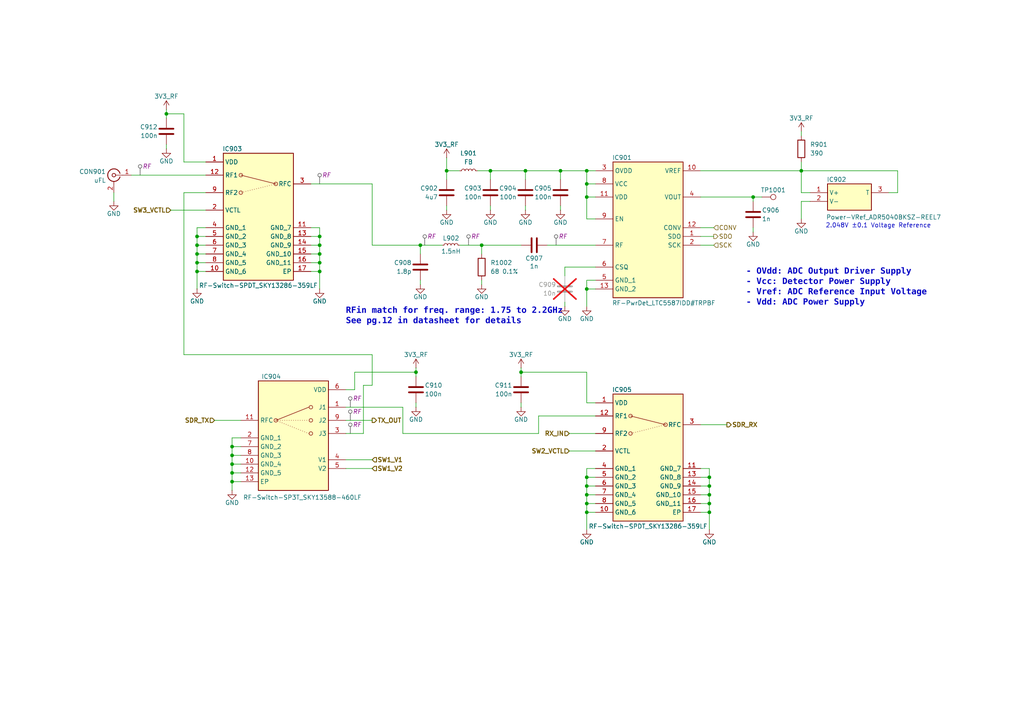
<source format=kicad_sch>
(kicad_sch (version 20231120) (generator "eeschema") (generator_version "8.0")
  (paper "A4")
  (title_block (title "RFE") (date "2024-06-01") (rev "A1") (company "LibreCellular Project - https://librecellular.org/") (comment 1 "Drawn: OK") (comment 2 "Checked: x"))
  (lib_symbols
    (symbol "Connector:Conn_Coaxial" (pin_names (offset 1.016) hide)
      (property "Reference" "J" (at 0.254 3.048 0))
      (property "Value" "Conn_Coaxial" (at 2.921 0 90))
      (symbol "Conn_Coaxial_0_1"
        (arc (start -1.778 -0.508) (mid 0.2311 -1.8066) (end 1.778 0) (stroke (width 0.254)))
        (polyline (pts (xy -2.54 0) (xy -0.508 0)))
        (polyline (pts (xy 0 -2.54) (xy 0 -1.778)))
        (circle (center 0 0) (radius 0.508) (stroke (width 0.2032)))
        (arc (start 1.778 0) (mid 0.2099 1.8101) (end -1.778 0.508) (stroke (width 0.254)))
      )
      (symbol "Conn_Coaxial_1_1"
        (pin passive line (at -5.08 0 0) (length 2.54) (name "In") (number "1"))
        (pin passive line (at 0 -5.08 90) (length 2.54) (name "Ext") (number "2"))
      )
    )
    (symbol "Device:C" (pin_numbers hide) (pin_names (offset 0.254))
      (property "Reference" "C" (at 0.635 2.54 0))
      (property "Value" "C" (at 0.635 -2.54 0))
      (symbol "C_0_1"
        (polyline (pts (xy -2.032 -0.762) (xy 2.032 -0.762)) (stroke (width 0.508)))
        (polyline (pts (xy -2.032 0.762) (xy 2.032 0.762)) (stroke (width 0.508)))
      )
      (symbol "C_1_1"
        (pin passive line (at 0 3.81 270) (length 2.794) (name "~") (number "1"))
        (pin passive line (at 0 -3.81 90) (length 2.794) (name "~") (number "2"))
      )
    )
    (symbol "Device:L_Small" (pin_numbers hide) (pin_names (offset 0.254) hide)
      (property "Reference" "L" (at 0.762 1.016 0))
      (property "Value" "L_Small" (at 0.762 -1.016 0))
      (symbol "L_Small_0_1"
        (arc (start 0 -2.032) (mid 0.5058 -1.524) (end 0 -1.016))
        (arc (start 0 -1.016) (mid 0.5058 -0.508) (end 0 0))
        (arc (start 0 0) (mid 0.5058 0.508) (end 0 1.016))
        (arc (start 0 1.016) (mid 0.5058 1.524) (end 0 2.032))
      )
      (symbol "L_Small_1_1"
        (pin passive line (at 0 2.54 270) (length 0.508) (name "~") (number "1"))
        (pin passive line (at 0 -2.54 90) (length 0.508) (name "~") (number "2"))
      )
    )
    (symbol "Device:R" (pin_numbers hide) (pin_names (offset 0))
      (property "Reference" "R" (at 2.032 0 90))
      (property "Value" "R" (at 0 0 90))
      (symbol "R_0_1"
        (rectangle (start -1.016 -2.54) (end 1.016 2.54) (stroke (width 0.254)))
      )
      (symbol "R_1_1"
        (pin passive line (at 0 3.81 270) (length 1.27) (name "~") (number "1"))
        (pin passive line (at 0 -3.81 90) (length 1.27) (name "~") (number "2"))
      )
    )
    (symbol "LC_RFE:Power-VRef_ADR5040BKSZ-REEL7"
      (property "Reference" "IC" (at -6.604 5.842 0))
      (property "Value" "Power-VRef_ADR5040BKSZ-REEL7" (at -6.858 -4.572 0))
      (symbol "Power-VRef_ADR5040BKSZ-REEL7_1_1"
        (rectangle (start -6.35 3.81) (end 6.35 -3.81) (stroke (width 0.254)) (fill (type background)))
        (pin passive line (at -11.43 1.27 0) (length 5.08) (name "V+") (number "1"))
        (pin passive line (at -11.43 -1.27 0) (length 5.08) (name "V-") (number "2"))
        (pin passive line (at 11.43 1.27 180) (length 5.08) (name "T") (number "3"))
      )
    )
    (symbol "LC_RFE:RF-PwrDet_LTC5587IDD#TRPBF"
      (property "Reference" "IC" (at -10.414 21.082 0))
      (property "Value" "RF-PwrDet_LTC5587IDD#TRPBF" (at 0 -21.082 0))
      (symbol "RF-PwrDet_LTC5587IDD#TRPBF_1_1"
        (rectangle (start -10.16 19.05) (end 10.16 -20.32) (stroke (width 0.254)) (fill (type background)))
        (pin passive line (at 15.24 -2.54 180) (length 5.08) (name "SDO") (number "1"))
        (pin passive line (at 15.24 16.51 180) (length 5.08) (name "VREF") (number "10"))
        (pin passive line (at -15.24 8.89 0) (length 5.08) (name "VDD") (number "11"))
        (pin passive line (at 15.24 0 180) (length 5.08) (name "CONV") (number "12"))
        (pin passive line (at -15.24 -17.78 0) (length 5.08) (name "GND_2") (number "13"))
        (pin passive line (at 15.24 -5.08 180) (length 5.08) (name "SCK") (number "2"))
        (pin passive line (at -15.24 16.51 0) (length 5.08) (name "OVDD") (number "3"))
        (pin passive line (at 15.24 8.89 180) (length 5.08) (name "VOUT") (number "4"))
        (pin passive line (at -15.24 -15.24 0) (length 5.08) (name "GND_1") (number "5"))
        (pin passive line (at -15.24 -11.43 0) (length 5.08) (name "CSQ") (number "6"))
        (pin passive line (at -15.24 -5.08 0) (length 5.08) (name "RF") (number "7"))
        (pin passive line (at -15.24 12.7 0) (length 5.08) (name "VCC") (number "8"))
        (pin passive line (at -15.24 2.54 0) (length 5.08) (name "EN") (number "9"))
      )
    )
    (symbol "LC_RFE:RF-Switch-SP3T_SKY13588-460LF"
      (property "Reference" "IC" (at -10.16 18.542 0))
      (property "Value" "RF-Switch-SP3T_SKY13588-460LF" (at 0 -17.272 0))
      (symbol "RF-Switch-SP3T_SKY13588-460LF_0_1"
        (circle (center -5.08 1.27) (radius 0.508))
        (circle (center -5.08 5.08) (radius 0.508))
        (circle (center -5.08 8.89) (radius 0.508))
        (polyline (pts (xy 5.08 5.08) (xy -4.445 5.08)) (stroke (width 0) (type dot)))
        (polyline (pts (xy 5.08 5.08) (xy -4.445 8.89)))
        (circle (center 5.08 5.08) (radius 0.508))
      )
      (symbol "RF-Switch-SP3T_SKY13588-460LF_1_1"
        (rectangle (start -10.16 16.51) (end 10.16 -15.24) (stroke (width 0.254)) (fill (type background)))
        (polyline (pts (xy 5.08 5.08) (xy -4.445 1.27)) (stroke (width 0) (type dot)))
        (pin passive line (at -15.24 8.89 0) (length 5.08) (name "J1") (number "1"))
        (pin passive line (at 15.24 -7.62 180) (length 5.08) (name "GND_4") (number "10"))
        (pin passive line (at 15.24 5.08 180) (length 5.08) (name "RFC") (number "11"))
        (pin passive line (at 15.24 -10.16 180) (length 5.08) (name "GND_5") (number "12"))
        (pin passive line (at 15.24 -12.7 180) (length 5.08) (name "EP") (number "13"))
        (pin passive line (at 15.24 0 180) (length 5.08) (name "GND_1") (number "2"))
        (pin passive line (at -15.24 1.27 0) (length 5.08) (name "J3") (number "3"))
        (pin passive line (at -15.24 -6.35 0) (length 5.08) (name "V1") (number "4"))
        (pin passive line (at -15.24 -8.89 0) (length 5.08) (name "V2") (number "5"))
        (pin passive line (at -15.24 13.97 0) (length 5.08) (name "VDD") (number "6"))
        (pin passive line (at 15.24 -2.54 180) (length 5.08) (name "GND_2") (number "7"))
        (pin passive line (at 15.24 -5.08 180) (length 5.08) (name "GND_3") (number "8"))
        (pin passive line (at -15.24 5.08 0) (length 5.08) (name "J2") (number "9"))
      )
    )
    (symbol "LC_RFE:RF-Switch-SPDT_SKY13286-359LF"
      (property "Reference" "IC" (at -10.414 21.082 0))
      (property "Value" "RF-Switch-SPDT_SKY13286-359LF" (at -10.414 -18.542 0))
      (symbol "RF-Switch-SPDT_SKY13286-359LF_0_1"
        (circle (center -5.08 7.62) (radius 0.508))
        (circle (center -5.08 12.7) (radius 0.508))
        (polyline (pts (xy 5.08 10.16) (xy -5.08 7.62)) (stroke (width 0) (type dot)))
        (polyline (pts (xy 5.08 10.16) (xy -5.08 12.7)))
        (circle (center 5.08 10.16) (radius 0.508))
      )
      (symbol "RF-Switch-SPDT_SKY13286-359LF_1_1"
        (rectangle (start -10.16 19.05) (end 10.16 -17.78) (stroke (width 0.254)) (fill (type background)))
        (pin passive line (at -15.24 16.51 0) (length 5.08) (name "VDD") (number "1"))
        (pin passive line (at -15.24 -15.24 0) (length 5.08) (name "GND_6") (number "10"))
        (pin passive line (at 15.24 -2.54 180) (length 5.08) (name "GND_7") (number "11"))
        (pin passive line (at -15.24 12.7 0) (length 5.08) (name "RF1") (number "12"))
        (pin passive line (at 15.24 -5.08 180) (length 5.08) (name "GND_8") (number "13"))
        (pin passive line (at 15.24 -7.62 180) (length 5.08) (name "GND_9") (number "14"))
        (pin passive line (at 15.24 -10.16 180) (length 5.08) (name "GND_10") (number "15"))
        (pin passive line (at 15.24 -12.7 180) (length 5.08) (name "GND_11") (number "16"))
        (pin passive line (at 15.24 -15.24 180) (length 5.08) (name "EP") (number "17"))
        (pin passive line (at -15.24 2.54 0) (length 5.08) (name "VCTL") (number "2"))
        (pin passive line (at 15.24 10.16 180) (length 5.08) (name "RFC") (number "3"))
        (pin passive line (at -15.24 -2.54 0) (length 5.08) (name "GND_1") (number "4"))
        (pin passive line (at -15.24 -5.08 0) (length 5.08) (name "GND_2") (number "5"))
        (pin passive line (at -15.24 -7.62 0) (length 5.08) (name "GND_3") (number "6"))
        (pin passive line (at -15.24 -10.16 0) (length 5.08) (name "GND_4") (number "7"))
        (pin passive line (at -15.24 -12.7 0) (length 5.08) (name "GND_5") (number "8"))
        (pin passive line (at -15.24 7.62 0) (length 5.08) (name "RF2") (number "9"))
      )
    )
    (symbol "power:+3.3VA" (power) (pin_numbers hide) (pin_names (offset 0) hide)
      (property "Value" "+3.3VA" (at 0 3.556 0))
      (symbol "+3.3VA_0_1"
        (polyline (pts (xy -0.762 1.27) (xy 0 2.54)))
        (polyline (pts (xy 0 0) (xy 0 2.54)))
        (polyline (pts (xy 0 2.54) (xy 0.762 1.27)))
      )
      (symbol "+3.3VA_1_1"
        (pin power_in line (at 0 0 90) (length 0) (name "~") (number "1"))
      )
    )
    (symbol "power:GND" (power) (pin_numbers hide) (pin_names (offset 0) hide)
      (property "Value" "GND" (at 0 -3.81 0))
      (symbol "GND_0_1"
        (polyline (pts (xy 0 0) (xy 0 -1.27) (xy 1.27 -1.27) (xy 0 -2.54) (xy -1.27 -1.27) (xy 0 -1.27)))
      )
      (symbol "GND_1_1"
        (pin power_in line (at 0 0 270) (length 0) (name "~") (number "1"))
      )
    )
    (symbol "winnow-testdebug:TestPoint" (pin_numbers hide) (pin_names (offset 0.762) hide)
      (property "Reference" "TP" (at 0 6.858 0))
      (property "Value" "TestPoint" (at 0 5.08 0))
      (symbol "TestPoint_0_1"
        (circle (center 0 3.302) (radius 0.762))
      )
      (symbol "TestPoint_1_1"
        (pin passive line (at 0 0 90) (length 2.54) (name "1") (number "1"))
      )
    )
  )
  (junction (at 170.18 140.97))
  (junction (at 57.15 78.74))
  (junction (at 92.71 73.66))
  (junction (at 142.24 49.53))
  (junction (at 120.65 107.95))
  (junction (at 57.15 68.58))
  (junction (at 67.31 129.54))
  (junction (at 232.41 49.53))
  (junction (at 57.15 76.2))
  (junction (at 152.4 49.53))
  (junction (at 205.74 138.43))
  (junction (at 139.7 71.12))
  (junction (at 162.56 49.53))
  (junction (at 205.74 146.05))
  (junction (at 170.18 148.59))
  (junction (at 205.74 148.59))
  (junction (at 170.18 143.51))
  (junction (at 121.92 71.12))
  (junction (at 170.18 57.15))
  (junction (at 48.26 33.02))
  (junction (at 129.54 49.53))
  (junction (at 57.15 71.12))
  (junction (at 67.31 134.62))
  (junction (at 170.18 138.43))
  (junction (at 67.31 137.16))
  (junction (at 92.71 76.2))
  (junction (at 92.71 68.58))
  (junction (at 170.18 49.53))
  (junction (at 170.18 83.82))
  (junction (at 218.44 57.15))
  (junction (at 92.71 71.12))
  (junction (at 151.13 107.95))
  (junction (at 205.74 140.97))
  (junction (at 67.31 132.08))
  (junction (at 92.71 78.74))
  (junction (at 170.18 53.34))
  (junction (at 205.74 143.51))
  (junction (at 67.31 139.7))
  (junction (at 170.18 146.05))
  (junction (at 57.15 73.66))
  (wire (pts (xy 203.2 135.89) (xy 205.74 135.89)))
  (wire (pts (xy 172.72 63.5) (xy 170.18 63.5)))
  (wire (pts (xy 203.2 146.05) (xy 205.74 146.05)))
  (wire (pts (xy 102.87 107.95) (xy 120.65 107.95)))
  (wire (pts (xy 67.31 127) (xy 67.31 129.54)))
  (wire (pts (xy 170.18 83.82) (xy 172.72 83.82)))
  (wire (pts (xy 165.1 130.81) (xy 172.72 130.81)))
  (wire (pts (xy 116.84 118.11) (xy 116.84 125.73)))
  (wire (pts (xy 170.18 53.34) (xy 170.18 57.15)))
  (wire (pts (xy 107.95 102.87) (xy 107.95 111.76)))
  (wire (pts (xy 170.18 135.89) (xy 170.18 138.43)))
  (wire (pts (xy 260.35 55.88) (xy 260.35 49.53)))
  (wire (pts (xy 92.71 73.66) (xy 92.71 76.2)))
  (wire (pts (xy 120.65 106.68) (xy 120.65 107.95)))
  (wire (pts (xy 205.74 143.51) (xy 205.74 146.05)))
  (wire (pts (xy 170.18 148.59) (xy 172.72 148.59)))
  (wire (pts (xy 90.17 66.04) (xy 92.71 66.04)))
  (wire (pts (xy 69.85 137.16) (xy 67.31 137.16)))
  (wire (pts (xy 57.15 68.58) (xy 57.15 71.12)))
  (wire (pts (xy 234.95 58.42) (xy 232.41 58.42)))
  (wire (pts (xy 142.24 60.96) (xy 142.24 59.69)))
  (wire (pts (xy 59.69 55.88) (xy 53.34 55.88)))
  (wire (pts (xy 162.56 59.69) (xy 162.56 60.96)))
  (wire (pts (xy 170.18 143.51) (xy 170.18 146.05)))
  (wire (pts (xy 92.71 66.04) (xy 92.71 68.58)))
  (wire (pts (xy 170.18 49.53) (xy 172.72 49.53)))
  (wire (pts (xy 151.13 107.95) (xy 151.13 109.22)))
  (wire (pts (xy 170.18 138.43) (xy 172.72 138.43)))
  (wire (pts (xy 92.71 76.2) (xy 92.71 78.74)))
  (wire (pts (xy 139.7 71.12) (xy 151.13 71.12)))
  (wire (pts (xy 100.33 121.92) (xy 107.95 121.92)))
  (wire (pts (xy 121.92 73.66) (xy 121.92 71.12)))
  (wire (pts (xy 90.17 78.74) (xy 92.71 78.74)))
  (wire (pts (xy 218.44 57.15) (xy 220.98 57.15)))
  (wire (pts (xy 203.2 71.12) (xy 207.01 71.12)))
  (wire (pts (xy 170.18 81.28) (xy 170.18 83.82)))
  (wire (pts (xy 116.84 125.73) (xy 156.21 125.73)))
  (wire (pts (xy 53.34 102.87) (xy 107.95 102.87)))
  (wire (pts (xy 170.18 146.05) (xy 172.72 146.05)))
  (wire (pts (xy 53.34 46.99) (xy 53.34 33.02)))
  (wire (pts (xy 121.92 71.12) (xy 128.27 71.12)))
  (wire (pts (xy 129.54 49.53) (xy 129.54 52.07)))
  (wire (pts (xy 57.15 76.2) (xy 59.69 76.2)))
  (wire (pts (xy 203.2 143.51) (xy 205.74 143.51)))
  (wire (pts (xy 172.72 53.34) (xy 170.18 53.34)))
  (wire (pts (xy 232.41 49.53) (xy 232.41 55.88)))
  (wire (pts (xy 69.85 134.62) (xy 67.31 134.62)))
  (wire (pts (xy 203.2 123.19) (xy 210.82 123.19)))
  (wire (pts (xy 170.18 107.95) (xy 170.18 116.84)))
  (wire (pts (xy 48.26 31.75) (xy 48.26 33.02)))
  (wire (pts (xy 57.15 68.58) (xy 59.69 68.58)))
  (wire (pts (xy 90.17 53.34) (xy 107.95 53.34)))
  (wire (pts (xy 232.41 46.99) (xy 232.41 49.53)))
  (wire (pts (xy 170.18 53.34) (xy 170.18 49.53)))
  (wire (pts (xy 151.13 107.95) (xy 170.18 107.95)))
  (wire (pts (xy 105.41 125.73) (xy 100.33 125.73)))
  (wire (pts (xy 203.2 68.58) (xy 207.01 68.58)))
  (wire (pts (xy 218.44 66.04) (xy 218.44 67.31)))
  (wire (pts (xy 53.34 55.88) (xy 53.34 102.87)))
  (wire (pts (xy 170.18 63.5) (xy 170.18 57.15)))
  (wire (pts (xy 170.18 57.15) (xy 172.72 57.15)))
  (wire (pts (xy 172.72 81.28) (xy 170.18 81.28)))
  (wire (pts (xy 69.85 129.54) (xy 67.31 129.54)))
  (wire (pts (xy 120.65 118.11) (xy 120.65 116.84)))
  (wire (pts (xy 67.31 139.7) (xy 67.31 142.24)))
  (wire (pts (xy 57.15 73.66) (xy 59.69 73.66)))
  (wire (pts (xy 170.18 140.97) (xy 172.72 140.97)))
  (wire (pts (xy 129.54 45.72) (xy 129.54 49.53)))
  (wire (pts (xy 152.4 49.53) (xy 152.4 52.07)))
  (wire (pts (xy 90.17 71.12) (xy 92.71 71.12)))
  (wire (pts (xy 57.15 71.12) (xy 57.15 73.66)))
  (wire (pts (xy 142.24 49.53) (xy 152.4 49.53)))
  (wire (pts (xy 107.95 111.76) (xy 105.41 111.76)))
  (wire (pts (xy 203.2 140.97) (xy 205.74 140.97)))
  (wire (pts (xy 100.33 113.03) (xy 102.87 113.03)))
  (wire (pts (xy 163.83 77.47) (xy 163.83 80.01)))
  (wire (pts (xy 170.18 148.59) (xy 170.18 153.67)))
  (wire (pts (xy 170.18 143.51) (xy 172.72 143.51)))
  (wire (pts (xy 205.74 146.05) (xy 205.74 148.59)))
  (wire (pts (xy 232.41 58.42) (xy 232.41 63.5)))
  (wire (pts (xy 59.69 66.04) (xy 57.15 66.04)))
  (wire (pts (xy 170.18 116.84) (xy 172.72 116.84)))
  (wire (pts (xy 105.41 111.76) (xy 105.41 125.73)))
  (wire (pts (xy 57.15 76.2) (xy 57.15 78.74)))
  (wire (pts (xy 205.74 148.59) (xy 205.74 153.67)))
  (wire (pts (xy 69.85 132.08) (xy 67.31 132.08)))
  (wire (pts (xy 49.53 60.96) (xy 59.69 60.96)))
  (wire (pts (xy 38.1 50.8) (xy 59.69 50.8)))
  (wire (pts (xy 107.95 71.12) (xy 121.92 71.12)))
  (wire (pts (xy 33.02 58.42) (xy 33.02 55.88)))
  (wire (pts (xy 90.17 68.58) (xy 92.71 68.58)))
  (wire (pts (xy 172.72 120.65) (xy 156.21 120.65)))
  (wire (pts (xy 151.13 106.68) (xy 151.13 107.95)))
  (wire (pts (xy 218.44 57.15) (xy 218.44 58.42)))
  (wire (pts (xy 107.95 133.35) (xy 100.33 133.35)))
  (wire (pts (xy 205.74 138.43) (xy 205.74 140.97)))
  (wire (pts (xy 138.43 49.53) (xy 142.24 49.53)))
  (wire (pts (xy 57.15 66.04) (xy 57.15 68.58)))
  (wire (pts (xy 48.26 33.02) (xy 48.26 34.29)))
  (wire (pts (xy 129.54 60.96) (xy 129.54 59.69)))
  (wire (pts (xy 57.15 78.74) (xy 57.15 83.82)))
  (wire (pts (xy 156.21 120.65) (xy 156.21 125.73)))
  (wire (pts (xy 203.2 138.43) (xy 205.74 138.43)))
  (wire (pts (xy 139.7 82.55) (xy 139.7 81.28)))
  (wire (pts (xy 92.71 71.12) (xy 92.71 73.66)))
  (wire (pts (xy 203.2 57.15) (xy 218.44 57.15)))
  (wire (pts (xy 90.17 73.66) (xy 92.71 73.66)))
  (wire (pts (xy 129.54 49.53) (xy 133.35 49.53)))
  (wire (pts (xy 67.31 129.54) (xy 67.31 132.08)))
  (wire (pts (xy 163.83 87.63) (xy 163.83 88.9)))
  (wire (pts (xy 172.72 77.47) (xy 163.83 77.47)))
  (wire (pts (xy 107.95 53.34) (xy 107.95 71.12)))
  (wire (pts (xy 48.26 43.18) (xy 48.26 41.91)))
  (wire (pts (xy 59.69 46.99) (xy 53.34 46.99)))
  (wire (pts (xy 205.74 135.89) (xy 205.74 138.43)))
  (wire (pts (xy 162.56 49.53) (xy 162.56 52.07)))
  (wire (pts (xy 133.35 71.12) (xy 139.7 71.12)))
  (wire (pts (xy 102.87 113.03) (xy 102.87 107.95)))
  (wire (pts (xy 121.92 81.28) (xy 121.92 82.55)))
  (wire (pts (xy 257.81 55.88) (xy 260.35 55.88)))
  (wire (pts (xy 57.15 78.74) (xy 59.69 78.74)))
  (wire (pts (xy 170.18 138.43) (xy 170.18 140.97)))
  (wire (pts (xy 165.1 125.73) (xy 172.72 125.73)))
  (wire (pts (xy 151.13 118.11) (xy 151.13 116.84)))
  (wire (pts (xy 57.15 73.66) (xy 57.15 76.2)))
  (wire (pts (xy 232.41 38.1) (xy 232.41 39.37)))
  (wire (pts (xy 152.4 59.69) (xy 152.4 60.96)))
  (wire (pts (xy 152.4 49.53) (xy 162.56 49.53)))
  (wire (pts (xy 62.23 121.92) (xy 69.85 121.92)))
  (wire (pts (xy 162.56 49.53) (xy 170.18 49.53)))
  (wire (pts (xy 172.72 135.89) (xy 170.18 135.89)))
  (wire (pts (xy 232.41 55.88) (xy 234.95 55.88)))
  (wire (pts (xy 92.71 68.58) (xy 92.71 71.12)))
  (wire (pts (xy 170.18 83.82) (xy 170.18 88.9)))
  (wire (pts (xy 90.17 76.2) (xy 92.71 76.2)))
  (wire (pts (xy 69.85 127) (xy 67.31 127)))
  (wire (pts (xy 139.7 71.12) (xy 139.7 73.66)))
  (wire (pts (xy 67.31 132.08) (xy 67.31 134.62)))
  (wire (pts (xy 203.2 49.53) (xy 232.41 49.53)))
  (wire (pts (xy 142.24 49.53) (xy 142.24 52.07)))
  (wire (pts (xy 100.33 118.11) (xy 116.84 118.11)))
  (wire (pts (xy 170.18 146.05) (xy 170.18 148.59)))
  (wire (pts (xy 207.01 66.04) (xy 203.2 66.04)))
  (wire (pts (xy 120.65 107.95) (xy 120.65 109.22)))
  (wire (pts (xy 67.31 134.62) (xy 67.31 137.16)))
  (wire (pts (xy 53.34 33.02) (xy 48.26 33.02)))
  (wire (pts (xy 107.95 135.89) (xy 100.33 135.89)))
  (wire (pts (xy 203.2 148.59) (xy 205.74 148.59)))
  (wire (pts (xy 170.18 140.97) (xy 170.18 143.51)))
  (wire (pts (xy 69.85 139.7) (xy 67.31 139.7)))
  (wire (pts (xy 260.35 49.53) (xy 232.41 49.53)))
  (wire (pts (xy 67.31 137.16) (xy 67.31 139.7)))
  (wire (pts (xy 205.74 140.97) (xy 205.74 143.51)))
  (wire (pts (xy 92.71 78.74) (xy 92.71 83.82)))
  (wire (pts (xy 57.15 71.12) (xy 59.69 71.12)))
  (wire (pts (xy 158.75 71.12) (xy 172.72 71.12)))
  (text "RFin match for freq. range: 1.75 to 2.2GHz\nSee pg.12 in datasheet for details" (at 100.33 92.202 0) (effects (font (size 1.778 1.778) (thickness 0.4064) (bold yes)) (justify left)))
  (text "2.048V ±0.1 Voltage Reference" (at 254.762 65.532 0) (effects (font (size 1.27 1.27))))
  (text "- OVdd: ADC Output Driver Supply\n- Vcc: Detector Power Supply\n- Vref: ADC Reference Input Voltage\n- Vdd: ADC Power Supply" (at 216.408 83.82 0) (effects (font (size 1.778 1.778) (thickness 0.4064) (bold yes)) (justify left)))
  (hierarchical_label "SW1_V2" (shape input) (at 107.95 135.89 0) (effects (font (bold yes))))
  (hierarchical_label "RX_IN" (shape input) (at 165.1 125.73 180) (effects (font (bold yes))))
  (hierarchical_label "SW3_VCTL" (shape input) (at 49.53 60.96 180) (effects (font (bold yes))))
  (hierarchical_label "CONV" (shape input) (at 207.01 66.04 0))
  (hierarchical_label "SDO" (shape output) (at 207.01 68.58 0))
  (hierarchical_label "SDR_TX" (shape input) (at 62.23 121.92 180) (effects (font (bold yes))))
  (hierarchical_label "SW2_VCTL" (shape input) (at 165.1 130.81 180) (effects (font (bold yes))))
  (hierarchical_label "TX_OUT" (shape output) (at 107.95 121.92 0) (effects (font (bold yes))))
  (hierarchical_label "SDR_RX" (shape output) (at 210.82 123.19 0) (effects (font (bold yes))))
  (hierarchical_label "SW1_V1" (shape input) (at 107.95 133.35 0) (effects (font (bold yes))))
  (hierarchical_label "SCK" (shape input) (at 207.01 71.12 0))
  (netclass_flag "" (length 2.54) (shape round) (at 101.6 121.92 0) (property "Netclass" "RF" (at 102.2985 119.38 0) (effects (font (italic yes)) (justify left))))
  (netclass_flag "" (length 2.54) (shape round) (at 101.6 125.73 0) (property "Netclass" "RF" (at 102.2985 123.19 0) (effects (font (italic yes)) (justify left))))
  (netclass_flag "" (length 2.54) (shape round) (at 92.71 53.34 0) (property "Netclass" "RF" (at 93.4085 50.8 0) (effects (font (italic yes)) (justify left))))
  (netclass_flag "" (length 2.54) (shape round) (at 40.64 50.8 0) (property "Netclass" "RF" (at 41.3385 48.26 0) (effects (font (italic yes)) (justify left))))
  (netclass_flag "" (length 2.54) (shape round) (at 161.29 71.12 0) (property "Netclass" "RF" (at 161.9885 68.58 0) (effects (font (italic yes)) (justify left))))
  (netclass_flag "" (length 2.54) (shape round) (at 123.19 71.12 0) (property "Netclass" "RF" (at 123.8885 68.58 0) (effects (font (italic yes)) (justify left))))
  (netclass_flag "" (length 2.54) (shape round) (at 135.89 71.12 0) (property "Netclass" "RF" (at 136.5885 68.58 0) (effects (font (italic yes)) (justify left))))
  (netclass_flag "" (length 2.54) (shape round) (at 101.6 118.11 0) (property "Netclass" "RF" (at 102.2985 115.57 0) (effects (font (italic yes)) (justify left))))
  (symbol (lib_id "power:GND") (at 170.18 153.67 0) (unit 1)
    (property "Reference" "#PWR0923" (effects (hide yes)))
    (property "Value" "GND" (at 170.18 157.226 0))
    (property "Description" "Power symbol creates a global label with name \"GND\" , ground" (effects (hide yes)))
    (instances (project "LC_RFE-RevA1" (path "" (reference "#PWR0923") (unit 1)) (path "" (reference "#PWR01021") (unit 1))))
  )
  (symbol (lib_id "Device:C") (at 162.56 55.88 0) (mirror y) (unit 1)
    (property "Reference" "C905" (at 160.02 54.61 0) (effects (justify left)))
    (property "Value" "100n" (at 160.02 57.15 0) (effects (justify left)))
    (property "Footprint" "Capacitor_SMD:C_0402_1005Metric" (effects (hide yes)))
    (property "Description" "Unpolarized capacitor" (effects (hide yes)))
    (property "JLCASSY" "C307331" (effects (hide yes)))
    (instances (project "LC_RFE-RevA1" (path "" (reference "C905") (unit 1)) (path "" (reference "C1005") (unit 1))))
  )
  (symbol (lib_id "power:GND") (at 92.71 83.82 0) (unit 1)
    (property "Reference" "#PWR0915" (effects (hide yes)))
    (property "Value" "GND" (at 92.71 87.376 0))
    (property "Description" "Power symbol creates a global label with name \"GND\" , ground" (effects (hide yes)))
    (instances (project "LC_RFE-RevA1" (path "" (reference "#PWR0915") (unit 1)) (path "" (reference "#PWR01024") (unit 1))))
  )
  (symbol (lib_id "power:GND") (at 33.02 58.42 0) (unit 1)
    (property "Reference" "#PWR0905" (effects (hide yes)))
    (property "Value" "GND" (at 33.02 61.976 0))
    (property "Description" "Power symbol creates a global label with name \"GND\" , ground" (effects (hide yes)))
    (instances (project "LC_RFE-RevA1" (path "" (reference "#PWR0905") (unit 1)) (path "" (reference "#PWR01018") (unit 1))))
  )
  (symbol (lib_id "power:+3.3VA") (at 120.65 106.68 0) (unit 1)
    (property "Reference" "#PWR0918" (effects (hide yes)))
    (property "Value" "3V3_RF" (at 120.65 102.87 0))
    (property "Description" "Power symbol creates a global label with name \"+3.3VA\"" (effects (hide yes)))
    (instances (project "LC_RFE-RevA1" (path "" (reference "#PWR0918") (unit 1)) (path "" (reference "#PWR01013") (unit 1))))
  )
  (symbol (lib_id "Connector:Conn_Coaxial") (at 33.02 50.8 0) (mirror y) (unit 1)
    (property "Reference" "CON901" (at 30.734 49.784 0) (effects (justify left)))
    (property "Value" "uFL" (at 30.734 52.324 0) (effects (justify left)))
    (property "Footprint" "LC_RFE:Molex_734120110" (effects (hide yes)))
    (property "Datasheet" " ~" (effects (hide yes)))
    (property "Description" "uFL coaxial connector" (effects (hide yes)))
    (property "MFG" "HCTL" (effects (hide yes)))
    (property "MPN" "HC-RF-IPEX0303-01" (effects (hide yes)))
    (property "JLCASSY" "C2894919" (effects (hide yes)))
    (instances (project "LC_RFE-RevA1" (path "" (reference "CON901") (unit 1)) (path "" (reference "CON1001") (unit 1))))
  )
  (symbol (lib_id "LC_RFE:RF-PwrDet_LTC5587IDD#TRPBF") (at 187.96 66.04 0) (unit 1)
    (property "Reference" "IC901" (at 177.546 45.72 0) (effects (justify left)))
    (property "Value" "RF-PwrDet_LTC5587IDD#TRPBF" (at 192.532 87.884 0))
    (property "Footprint" "LC_RFE:SON45P300X300X80-13N-D" (effects (hide yes)))
    (property "Datasheet" "http://www.linear.com/docs/29700" (effects (hide yes)))
    (property "Description" "RF Detector 6GHz RMS Power Detector with 12-Bit Serial Output ADC" (effects (hide yes)))
    (property "Height" "0.8" (effects (hide yes)))
    (property "Manufacturer_Name" "Analog Devices" (effects (hide yes)))
    (property "Manufacturer_Part_Number" "LTC5587IDD#TRPBF" (effects (hide yes)))
    (property "Mouser Part Number" "584-LTC5587IDD#TRPBF" (effects (hide yes)))
    (property "Mouser Price/Stock" "https://www.mouser.co.uk/ProductDetail/Analog-Devices/LTC5587IDDTRPBF?qs=hVkxg5c3xu9GOsdnmB0DIw%3D%3D" (effects (hide yes)))
    (property "Arrow Part Number" "LTC5587IDD#TRPBF" (effects (hide yes)))
    (property "Arrow Price/Stock" "https://www.arrow.com/en/products/ltc5587iddtrpbf/analog-devices?region=nac" (effects (hide yes)))
    (property "JLCASSY" "C688698" (effects (hide yes)))
    (instances (project "LC_RFE-RevA1" (path "" (reference "IC901") (unit 1)) (path "" (reference "IC1001") (unit 1))))
  )
  (symbol (lib_id "power:+3.3VA") (at 48.26 31.75 0) (unit 1)
    (property "Reference" "#PWR0901" (effects (hide yes)))
    (property "Value" "3V3_RF" (at 48.26 27.94 0))
    (property "Description" "Power symbol creates a global label with name \"+3.3VA\"" (effects (hide yes)))
    (instances (project "LC_RFE-RevA1" (path "" (reference "#PWR0901") (unit 1)) (path "" (reference "#PWR01019") (unit 1))))
  )
  (symbol (lib_id "Device:C") (at 48.26 38.1 0) (mirror y) (unit 1)
    (property "Reference" "C912" (at 45.72 36.83 0) (effects (justify left)))
    (property "Value" "100n" (at 45.72 39.37 0) (effects (justify left)))
    (property "Footprint" "Capacitor_SMD:C_0402_1005Metric" (effects (hide yes)))
    (property "Description" "Unpolarized capacitor" (effects (hide yes)))
    (property "JLCASSY" "C307331" (effects (hide yes)))
    (instances (project "LC_RFE-RevA1" (path "" (reference "C912") (unit 1)) (path "" (reference "C1012") (unit 1))))
  )
  (symbol (lib_id "power:GND") (at 129.54 60.96 0) (unit 1)
    (property "Reference" "#PWR0906" (effects (hide yes)))
    (property "Value" "GND" (at 129.54 64.516 0))
    (property "Description" "Power symbol creates a global label with name \"GND\" , ground" (effects (hide yes)))
    (instances (project "LC_RFE-RevA1" (path "" (reference "#PWR0906") (unit 1)) (path "" (reference "#PWR01003") (unit 1))))
  )
  (symbol (lib_id "Device:L_Small") (at 135.89 49.53 90) (unit 1)
    (property "Reference" "L901" (at 135.89 44.45 90))
    (property "Value" "FB" (at 135.89 46.99 90))
    (property "Footprint" "Inductor_SMD:L_0402_1005Metric" (effects (hide yes)))
    (property "Description" "Inductor, small symbol" (effects (hide yes)))
    (property "JLCASSY" "C491491" (effects (hide yes)))
    (instances (project "LC_RFE-RevA1" (path "" (reference "L901") (unit 1)) (path "" (reference "L1001") (unit 1))))
  )
  (symbol (lib_id "power:GND") (at 120.65 118.11 0) (unit 1)
    (property "Reference" "#PWR0920" (effects (hide yes)))
    (property "Value" "GND" (at 120.65 121.666 0))
    (property "Description" "Power symbol creates a global label with name \"GND\" , ground" (effects (hide yes)))
    (instances (project "LC_RFE-RevA1" (path "" (reference "#PWR0920") (unit 1)) (path "" (reference "#PWR01015") (unit 1))))
  )
  (symbol (lib_id "LC_RFE:RF-Switch-SPDT_SKY13286-359LF") (at 187.96 133.35 0) (unit 1)
    (property "Reference" "IC905" (at 177.546 113.03 0) (effects (justify left)))
    (property "Value" "RF-Switch-SPDT_SKY13286-359LF" (at 187.96 152.654 0))
    (property "Footprint" "LC_RFE:QFN65P400X400X100-17N-D" (effects (hide yes)))
    (property "Datasheet" "https://www.skyworksinc.com/-/media/SkyWorks/Documents/Products/101-200/SKY13286_359LF_200570K.pdf" (effects (hide yes)))
    (property "Description" "100 MHz-6 GHz GaAs High Isolation SPDT Non-Reflective Switch" (effects (hide yes)))
    (property "Height" "1" (effects (hide yes)))
    (property "Manufacturer_Name" "Skyworks" (effects (hide yes)))
    (property "Manufacturer_Part_Number" "SKY13286-359LF" (effects (hide yes)))
    (property "JLCASSY" "C3304168" (effects (hide yes)))
    (instances (project "LC_RFE-RevA1" (path "" (reference "IC905") (unit 1)) (path "" (reference "IC1005") (unit 1))))
  )
  (symbol (lib_id "power:GND") (at 162.56 60.96 0) (unit 1)
    (property "Reference" "#PWR0909" (effects (hide yes)))
    (property "Value" "GND" (at 162.56 64.516 0))
    (property "Description" "Power symbol creates a global label with name \"GND\" , ground" (effects (hide yes)))
    (instances (project "LC_RFE-RevA1" (path "" (reference "#PWR0909") (unit 1)) (path "" (reference "#PWR01006") (unit 1))))
  )
  (symbol (lib_id "power:GND") (at 163.83 88.9 0) (unit 1)
    (property "Reference" "#PWR0916" (effects (hide yes)))
    (property "Value" "GND" (at 163.83 92.456 0))
    (property "Description" "Power symbol creates a global label with name \"GND\" , ground" (effects (hide yes)))
    (instances (project "LC_RFE-RevA1" (path "" (reference "#PWR0916") (unit 1)) (path "" (reference "#PWR01011") (unit 1))))
  )
  (symbol (lib_id "Device:C") (at 121.92 77.47 0) (mirror y) (unit 1)
    (property "Reference" "C908" (at 119.38 76.2 0) (effects (justify left)))
    (property "Value" "1.8p" (at 119.38 78.74 0) (effects (justify left)))
    (property "Footprint" "Capacitor_SMD:C_0402_1005Metric" (effects (hide yes)))
    (property "Description" "Unpolarized capacitor" (effects (hide yes)))
    (property "JLCASSY" "C85878" (effects (hide yes)))
    (instances (project "LC_RFE-RevA1" (path "" (reference "C908") (unit 1)) (path "" (reference "C1008") (unit 1))))
  )
  (symbol (lib_id "LC_RFE:Power-VRef_ADR5040BKSZ-REEL7") (at 246.38 57.15 0) (unit 1)
    (property "Reference" "IC902" (at 239.776 52.07 0) (effects (justify left)))
    (property "Value" "Power-VRef_ADR5040BKSZ-REEL7" (at 256.286 62.992 0))
    (property "Footprint" "SOT65P210X110-3N" (effects (hide yes)))
    (property "Datasheet" "https://www.analog.com/media/en/technical-documentation/data-sheets/adr5040_5041_5043_5044_5045.pdf" (effects (hide yes)))
    (property "Description" "Voltage References Low Cost 2.048V Shunt Voltage Reference" (effects (hide yes)))
    (property "Height" "1.1" (effects (hide yes)))
    (property "Manufacturer_Name" "Analog Devices" (effects (hide yes)))
    (property "Manufacturer_Part_Number" "ADR5040BKSZ-REEL7" (effects (hide yes)))
    (property "Mouser Part Number" "584-ADR5040BKSZ-R7" (effects (hide yes)))
    (property "Mouser Price/Stock" "https://www.mouser.co.uk/ProductDetail/Analog-Devices/ADR5040BKSZ-REEL7?qs=WIvQP4zGanh5K7tQ5HKQVw%3D%3D" (effects (hide yes)))
    (property "Arrow Part Number" "ADR5040BKSZ-REEL7" (effects (hide yes)))
    (property "Arrow Price/Stock" "https://www.arrow.com/en/products/adr5040bksz-reel7/analog-devices?region=nac" (effects (hide yes)))
    (property "JLCASSY" "C659592" (effects (hide yes)))
    (instances (project "LC_RFE-RevA1" (path "" (reference "IC902") (unit 1)) (path "" (reference "IC1002") (unit 1))))
  )
  (symbol (lib_id "Device:C") (at 154.94 71.12 90) (mirror x) (unit 1)
    (property "Reference" "C907" (at 157.48 74.93 90) (effects (justify left)))
    (property "Value" "1n" (at 156.21 77.216 90) (effects (justify left)))
    (property "Footprint" "Capacitor_SMD:C_0402_1005Metric" (effects (hide yes)))
    (property "Description" "Unpolarized capacitor" (effects (hide yes)))
    (property "JLCASSY" "C126493" (effects (hide yes)))
    (instances (project "LC_RFE-RevA1" (path "" (reference "C907") (unit 1)) (path "" (reference "C1007") (unit 1))))
  )
  (symbol (lib_id "power:GND") (at 232.41 63.5 0) (unit 1)
    (property "Reference" "#PWR0910" (effects (hide yes)))
    (property "Value" "GND" (at 232.41 67.056 0))
    (property "Description" "Power symbol creates a global label with name \"GND\" , ground" (effects (hide yes)))
    (instances (project "LC_RFE-RevA1" (path "" (reference "#PWR0910") (unit 1)) (path "" (reference "#PWR01007") (unit 1))))
  )
  (symbol (lib_id "Device:C") (at 218.44 62.23 0) (unit 1)
    (property "Reference" "C906" (at 220.98 60.96 0) (effects (justify left)))
    (property "Value" "1n" (at 220.98 63.5 0) (effects (justify left)))
    (property "Footprint" "Capacitor_SMD:C_0402_1005Metric" (effects (hide yes)))
    (property "Description" "Unpolarized capacitor" (effects (hide yes)))
    (property "JLCASSY" "C126493" (effects (hide yes)))
    (instances (project "LC_RFE-RevA1" (path "" (reference "C906") (unit 1)) (path "" (reference "C1006") (unit 1))))
  )
  (symbol (lib_id "power:GND") (at 218.44 67.31 0) (unit 1)
    (property "Reference" "#PWR0911" (effects (hide yes)))
    (property "Value" "GND" (at 218.44 70.866 0))
    (property "Description" "Power symbol creates a global label with name \"GND\" , ground" (effects (hide yes)))
    (instances (project "LC_RFE-RevA1" (path "" (reference "#PWR0911") (unit 1)) (path "" (reference "#PWR01008") (unit 1))))
  )
  (symbol (lib_id "Device:C") (at 152.4 55.88 0) (mirror y) (unit 1)
    (property "Reference" "C904" (at 149.86 54.61 0) (effects (justify left)))
    (property "Value" "100n" (at 149.86 57.15 0) (effects (justify left)))
    (property "Footprint" "Capacitor_SMD:C_0402_1005Metric" (effects (hide yes)))
    (property "Description" "Unpolarized capacitor" (effects (hide yes)))
    (property "JLCASSY" "C307331" (effects (hide yes)))
    (instances (project "LC_RFE-RevA1" (path "" (reference "C904") (unit 1)) (path "" (reference "C1004") (unit 1))))
  )
  (symbol (lib_id "Device:C") (at 142.24 55.88 0) (mirror y) (unit 1)
    (property "Reference" "C903" (at 139.7 54.61 0) (effects (justify left)))
    (property "Value" "100n" (at 139.7 57.15 0) (effects (justify left)))
    (property "Footprint" "Capacitor_SMD:C_0402_1005Metric" (effects (hide yes)))
    (property "Description" "Unpolarized capacitor" (effects (hide yes)))
    (property "JLCASSY" "C307331" (effects (hide yes)))
    (instances (project "LC_RFE-RevA1" (path "" (reference "C903") (unit 1)) (path "" (reference "C1003") (unit 1))))
  )
  (symbol (lib_id "power:GND") (at 139.7 82.55 0) (unit 1)
    (property "Reference" "#PWR0913" (effects (hide yes)))
    (property "Value" "GND" (at 139.7 86.106 0))
    (property "Description" "Power symbol creates a global label with name \"GND\" , ground" (effects (hide yes)))
    (instances (project "LC_RFE-RevA1" (path "" (reference "#PWR0913") (unit 1)) (path "" (reference "#PWR01010") (unit 1))))
  )
  (symbol (lib_id "winnow-testdebug:TestPoint") (at 220.98 57.15 270) (unit 1)
    (property "Reference" "TP1001" (at 224.282 55.118 90))
    (property "Value" "TestPoint" (effects (hide yes)))
    (property "Footprint" "TestPoint:TestPoint_Pad_D2.0mm" (effects (hide yes)))
    (property "Description" "Test point pad 1.5x1.5mm" (effects (hide yes)))
    (instances (project "LC_RFE-RevA1" (path "" (reference "TP1001") (unit 1)) (path "" (reference "TP901") (unit 1))))
  )
  (symbol (lib_id "power:GND") (at 205.74 153.67 0) (unit 1)
    (property "Reference" "#PWR0924" (effects (hide yes)))
    (property "Value" "GND" (at 205.74 157.226 0))
    (property "Description" "Power symbol creates a global label with name \"GND\" , ground" (effects (hide yes)))
    (instances (project "LC_RFE-RevA1" (path "" (reference "#PWR0924") (unit 1)) (path "" (reference "#PWR01022") (unit 1))))
  )
  (symbol (lib_id "power:GND") (at 142.24 60.96 0) (unit 1)
    (property "Reference" "#PWR0907" (effects (hide yes)))
    (property "Value" "GND" (at 142.24 64.516 0))
    (property "Description" "Power symbol creates a global label with name \"GND\" , ground" (effects (hide yes)))
    (instances (project "LC_RFE-RevA1" (path "" (reference "#PWR0907") (unit 1)) (path "" (reference "#PWR01004") (unit 1))))
  )
  (symbol (lib_id "power:GND") (at 57.15 83.82 0) (unit 1)
    (property "Reference" "#PWR0914" (effects (hide yes)))
    (property "Value" "GND" (at 57.15 87.376 0))
    (property "Description" "Power symbol creates a global label with name \"GND\" , ground" (effects (hide yes)))
    (instances (project "LC_RFE-RevA1" (path "" (reference "#PWR0914") (unit 1)) (path "" (reference "#PWR01023") (unit 1))))
  )
  (symbol (lib_id "power:GND") (at 152.4 60.96 0) (unit 1)
    (property "Reference" "#PWR0908" (effects (hide yes)))
    (property "Value" "GND" (at 152.4 64.516 0))
    (property "Description" "Power symbol creates a global label with name \"GND\" , ground" (effects (hide yes)))
    (instances (project "LC_RFE-RevA1" (path "" (reference "#PWR0908") (unit 1)) (path "" (reference "#PWR01005") (unit 1))))
  )
  (symbol (lib_id "power:GND") (at 67.31 142.24 0) (mirror y) (unit 1)
    (property "Reference" "#PWR0922" (effects (hide yes)))
    (property "Value" "GND" (at 67.31 145.796 0))
    (property "Description" "Power symbol creates a global label with name \"GND\" , ground" (effects (hide yes)))
    (instances (project "LC_RFE-RevA1" (path "" (reference "#PWR0922") (unit 1)) (path "" (reference "#PWR01017") (unit 1))))
  )
  (symbol (lib_id "Device:C") (at 163.83 83.82 0) (mirror y) (unit 1) (dnp yes)
    (property "Reference" "C909" (at 161.29 82.55 0) (effects (justify left)))
    (property "Value" "10n" (at 161.29 85.09 0) (effects (justify left)))
    (property "Footprint" "Capacitor_SMD:C_0402_1005Metric" (effects (hide yes)))
    (property "Description" "Unpolarized capacitor" (effects (hide yes)))
    (instances (project "LC_RFE-RevA1" (path "" (reference "C909") (unit 1)) (path "" (reference "C1009") (unit 1))))
  )
  (symbol (lib_id "Device:R") (at 232.41 43.18 0) (unit 1)
    (property "Reference" "R901" (at 234.95 41.9099 0) (effects (justify left)))
    (property "Value" "390" (at 234.95 44.4499 0) (effects (justify left)))
    (property "Footprint" "Resistor_SMD:R_0402_1005Metric" (effects (hide yes)))
    (property "Description" "Resistor" (effects (hide yes)))
    (property "JLCASSY" "C2906937" (effects (hide yes)))
    (instances (project "LC_RFE-RevA1" (path "" (reference "R901") (unit 1)) (path "" (reference "R1001") (unit 1))))
  )
  (symbol (lib_id "LC_RFE:RF-Switch-SPDT_SKY13286-359LF") (at 74.93 63.5 0) (unit 1)
    (property "Reference" "IC903" (at 64.516 43.18 0) (effects (justify left)))
    (property "Value" "RF-Switch-SPDT_SKY13286-359LF" (at 74.93 82.804 0))
    (property "Footprint" "LC_RFE:QFN65P400X400X100-17N-D" (effects (hide yes)))
    (property "Datasheet" "https://www.skyworksinc.com/-/media/SkyWorks/Documents/Products/101-200/SKY13286_359LF_200570K.pdf" (effects (hide yes)))
    (property "Description" "100 MHz-6 GHz GaAs High Isolation SPDT Non-Reflective Switch" (effects (hide yes)))
    (property "Height" "1" (effects (hide yes)))
    (property "Manufacturer_Name" "Skyworks" (effects (hide yes)))
    (property "Manufacturer_Part_Number" "SKY13286-359LF" (effects (hide yes)))
    (property "JLCASSY" "C3304168" (effects (hide yes)))
    (instances (project "LC_RFE-RevA1" (path "" (reference "IC903") (unit 1)) (path "" (reference "IC1003") (unit 1))))
  )
  (symbol (lib_id "power:GND") (at 48.26 43.18 0) (unit 1)
    (property "Reference" "#PWR0903" (effects (hide yes)))
    (property "Value" "GND" (at 48.26 46.736 0))
    (property "Description" "Power symbol creates a global label with name \"GND\" , ground" (effects (hide yes)))
    (instances (project "LC_RFE-RevA1" (path "" (reference "#PWR0903") (unit 1)) (path "" (reference "#PWR01020") (unit 1))))
  )
  (symbol (lib_id "LC_RFE:RF-Switch-SP3T_SKY13588-460LF") (at 85.09 127 0) (mirror y) (unit 1)
    (property "Reference" "IC904" (at 81.534 109.22 0) (effects (justify left)))
    (property "Value" "RF-Switch-SP3T_SKY13588-460LF" (at 104.902 144.272 0) (effects (justify left)))
    (property "Footprint" "LC_RFE:QFN50P200X200X65-13N-D" (effects (hide yes)))
    (property "Datasheet" "https://www.skyworksinc.com/-/media/SkyWorks/Documents/Products/2201-2300/SKY13588_460LF_203512D.pdf" (effects (hide yes)))
    (property "Description" "RF Switch ICs .1-6GHz SP3T IL .45dB -40C +105C" (effects (hide yes)))
    (property "Height" "0.65" (effects (hide yes)))
    (property "Manufacturer_Name" "Skyworks" (effects (hide yes)))
    (property "Manufacturer_Part_Number" "SKY13588-460LF" (effects (hide yes)))
    (property "Mouser Part Number" "873-SKY13588-460LF" (effects (hide yes)))
    (property "Mouser Price/Stock" "https://www.mouser.co.uk/ProductDetail/Skyworks-Solutions-Inc/SKY13588-460LF?qs=Xy3FNZO%2FEu8q7ADFn9Z8ag%3D%3D" (effects (hide yes)))
    (property "JLCASSY" "C2151906" (effects (hide yes)))
    (instances (project "LC_RFE-RevA1" (path "" (reference "IC904") (unit 1)) (path "" (reference "IC1004") (unit 1))))
  )
  (symbol (lib_id "Device:C") (at 151.13 113.03 0) (mirror y) (unit 1)
    (property "Reference" "C911" (at 148.59 111.76 0) (effects (justify left)))
    (property "Value" "100n" (at 148.59 114.3 0) (effects (justify left)))
    (property "Footprint" "Capacitor_SMD:C_0402_1005Metric" (effects (hide yes)))
    (property "Description" "Unpolarized capacitor" (effects (hide yes)))
    (property "JLCASSY" "C307331" (effects (hide yes)))
    (instances (project "LC_RFE-RevA1" (path "" (reference "C911") (unit 1)) (path "" (reference "C1011") (unit 1))))
  )
  (symbol (lib_id "power:GND") (at 151.13 118.11 0) (unit 1)
    (property "Reference" "#PWR0921" (effects (hide yes)))
    (property "Value" "GND" (at 151.13 121.666 0))
    (property "Description" "Power symbol creates a global label with name \"GND\" , ground" (effects (hide yes)))
    (instances (project "LC_RFE-RevA1" (path "" (reference "#PWR0921") (unit 1)) (path "" (reference "#PWR01016") (unit 1))))
  )
  (symbol (lib_id "Device:R") (at 139.7 77.47 0) (mirror y) (unit 1)
    (property "Reference" "R1002" (at 142.24 76.1999 0) (effects (justify right)))
    (property "Value" "68 0.1%" (at 142.24 78.7399 0) (effects (justify right)))
    (property "Footprint" "Resistor_SMD:R_0402_1005Metric" (effects (hide yes)))
    (property "Description" "Resistor" (effects (hide yes)))
    (property "JLCASSY" "C317908" (effects (hide yes)))
    (instances (project "LC_RFE-RevA1" (path "" (reference "R1002") (unit 1)) (path "" (reference "R902") (unit 1))))
  )
  (symbol (lib_id "Device:L_Small") (at 130.81 71.12 90) (unit 1)
    (property "Reference" "L902" (at 130.81 69.088 90))
    (property "Value" "1.5nH" (at 130.81 72.898 90))
    (property "Footprint" "Inductor_SMD:L_0402_1005Metric" (effects (hide yes)))
    (property "Description" "Inductor, small symbol" (effects (hide yes)))
    (property "JLCASSY" "C3911113" (effects (hide yes)))
    (instances (project "LC_RFE-RevA1" (path "" (reference "L902") (unit 1)) (path "" (reference "L1002") (unit 1))))
  )
  (symbol (lib_id "power:GND") (at 170.18 88.9 0) (unit 1)
    (property "Reference" "#PWR0917" (effects (hide yes)))
    (property "Value" "GND" (at 170.18 92.456 0))
    (property "Description" "Power symbol creates a global label with name \"GND\" , ground" (effects (hide yes)))
    (instances (project "LC_RFE-RevA1" (path "" (reference "#PWR0917") (unit 1)) (path "" (reference "#PWR01012") (unit 1))))
  )
  (symbol (lib_id "Device:C") (at 129.54 55.88 0) (mirror y) (unit 1)
    (property "Reference" "C902" (at 127 54.61 0) (effects (justify left)))
    (property "Value" "4u7" (at 127 57.15 0) (effects (justify left)))
    (property "Footprint" "Capacitor_SMD:C_0402_1005Metric" (effects (hide yes)))
    (property "Description" "Unpolarized capacitor" (effects (hide yes)))
    (property "JLCASSY" "C23733" (effects (hide yes)))
    (instances (project "LC_RFE-RevA1" (path "" (reference "C902") (unit 1)) (path "" (reference "C1002") (unit 1))))
  )
  (symbol (lib_id "power:GND") (at 121.92 82.55 0) (unit 1)
    (property "Reference" "#PWR0912" (effects (hide yes)))
    (property "Value" "GND" (at 121.92 86.106 0))
    (property "Description" "Power symbol creates a global label with name \"GND\" , ground" (effects (hide yes)))
    (instances (project "LC_RFE-RevA1" (path "" (reference "#PWR0912") (unit 1)) (path "" (reference "#PWR01009") (unit 1))))
  )
  (symbol (lib_id "power:+3.3VA") (at 151.13 106.68 0) (unit 1)
    (property "Reference" "#PWR0919" (effects (hide yes)))
    (property "Value" "3V3_RF" (at 151.13 102.87 0))
    (property "Description" "Power symbol creates a global label with name \"+3.3VA\"" (effects (hide yes)))
    (instances (project "LC_RFE-RevA1" (path "" (reference "#PWR0919") (unit 1)) (path "" (reference "#PWR01014") (unit 1))))
  )
  (symbol (lib_id "Device:C") (at 120.65 113.03 0) (unit 1)
    (property "Reference" "C910" (at 123.19 111.76 0) (effects (justify left)))
    (property "Value" "100n" (at 123.19 114.3 0) (effects (justify left)))
    (property "Footprint" "Capacitor_SMD:C_0402_1005Metric" (effects (hide yes)))
    (property "Description" "Unpolarized capacitor" (effects (hide yes)))
    (property "JLCASSY" "C307331" (effects (hide yes)))
    (instances (project "LC_RFE-RevA1" (path "" (reference "C910") (unit 1)) (path "" (reference "C1010") (unit 1))))
  )
  (symbol (lib_id "power:+3.3VA") (at 232.41 38.1 0) (unit 1)
    (property "Reference" "#PWR0902" (effects (hide yes)))
    (property "Value" "3V3_RF" (at 232.41 34.29 0))
    (property "Description" "Power symbol creates a global label with name \"+3.3VA\"" (effects (hide yes)))
    (instances (project "LC_RFE-RevA1" (path "" (reference "#PWR0902") (unit 1)) (path "" (reference "#PWR01001") (unit 1))))
  )
  (symbol (lib_id "power:+3.3VA") (at 129.54 45.72 0) (unit 1)
    (property "Reference" "#PWR0904" (effects (hide yes)))
    (property "Value" "3V3_RF" (at 129.54 41.91 0))
    (property "Description" "Power symbol creates a global label with name \"+3.3VA\"" (effects (hide yes)))
    (instances (project "LC_RFE-RevA1" (path "" (reference "#PWR0904") (unit 1)) (path "" (reference "#PWR01002") (unit 1))))
  )
)
</source>
